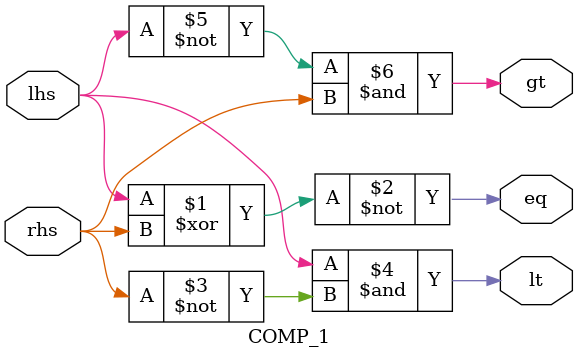
<source format=sv>
module COMP_1 (
  input  logic lhs,
  input  logic rhs,
  output logic eq,
  output logic lt,
  output logic gt
);

assign eq = ~(lhs ^ rhs);
assign lt = lhs & ~rhs;
assign gt = ~lhs & rhs;

endmodule : COMP_1

</source>
